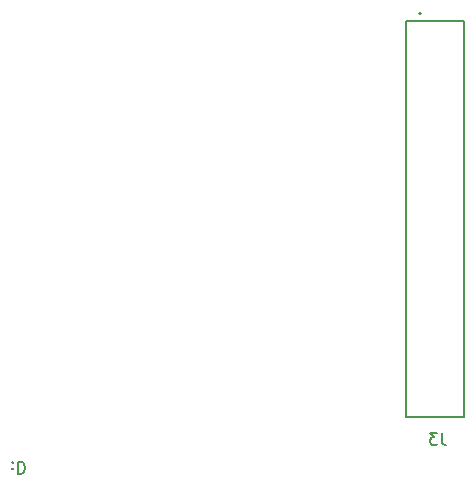
<source format=gbr>
%TF.GenerationSoftware,KiCad,Pcbnew,9.0.0*%
%TF.CreationDate,2025-03-26T20:17:18-07:00*%
%TF.ProjectId,lab07,6c616230-372e-46b6-9963-61645f706362,rev?*%
%TF.SameCoordinates,Original*%
%TF.FileFunction,Legend,Bot*%
%TF.FilePolarity,Positive*%
%FSLAX46Y46*%
G04 Gerber Fmt 4.6, Leading zero omitted, Abs format (unit mm)*
G04 Created by KiCad (PCBNEW 9.0.0) date 2025-03-26 20:17:18*
%MOMM*%
%LPD*%
G01*
G04 APERTURE LIST*
%ADD10C,0.127000*%
%ADD11C,0.150000*%
%ADD12C,0.200000*%
G04 APERTURE END LIST*
D10*
X127067647Y-111222223D02*
X127115266Y-111174604D01*
X127115266Y-111174604D02*
X127067647Y-111126984D01*
X127067647Y-111126984D02*
X127020028Y-111174604D01*
X127020028Y-111174604D02*
X127067647Y-111222223D01*
X127067647Y-111222223D02*
X127067647Y-111126984D01*
X127067647Y-111746032D02*
X127115266Y-111698413D01*
X127115266Y-111698413D02*
X127067647Y-111650794D01*
X127067647Y-111650794D02*
X127020028Y-111698413D01*
X127020028Y-111698413D02*
X127067647Y-111746032D01*
X127067647Y-111746032D02*
X127067647Y-111650794D01*
X127543837Y-111126984D02*
X127543837Y-112126984D01*
X127543837Y-112126984D02*
X127781932Y-112126984D01*
X127781932Y-112126984D02*
X127924789Y-112079365D01*
X127924789Y-112079365D02*
X128020027Y-111984127D01*
X128020027Y-111984127D02*
X128067646Y-111888889D01*
X128067646Y-111888889D02*
X128115265Y-111698413D01*
X128115265Y-111698413D02*
X128115265Y-111555556D01*
X128115265Y-111555556D02*
X128067646Y-111365080D01*
X128067646Y-111365080D02*
X128020027Y-111269842D01*
X128020027Y-111269842D02*
X127924789Y-111174604D01*
X127924789Y-111174604D02*
X127781932Y-111126984D01*
X127781932Y-111126984D02*
X127543837Y-111126984D01*
D11*
X163401333Y-108674819D02*
X163401333Y-109389104D01*
X163401333Y-109389104D02*
X163448952Y-109531961D01*
X163448952Y-109531961D02*
X163544190Y-109627200D01*
X163544190Y-109627200D02*
X163687047Y-109674819D01*
X163687047Y-109674819D02*
X163782285Y-109674819D01*
X163020380Y-108674819D02*
X162401333Y-108674819D01*
X162401333Y-108674819D02*
X162734666Y-109055771D01*
X162734666Y-109055771D02*
X162591809Y-109055771D01*
X162591809Y-109055771D02*
X162496571Y-109103390D01*
X162496571Y-109103390D02*
X162448952Y-109151009D01*
X162448952Y-109151009D02*
X162401333Y-109246247D01*
X162401333Y-109246247D02*
X162401333Y-109484342D01*
X162401333Y-109484342D02*
X162448952Y-109579580D01*
X162448952Y-109579580D02*
X162496571Y-109627200D01*
X162496571Y-109627200D02*
X162591809Y-109674819D01*
X162591809Y-109674819D02*
X162877523Y-109674819D01*
X162877523Y-109674819D02*
X162972761Y-109627200D01*
X162972761Y-109627200D02*
X163020380Y-109579580D01*
D12*
%TO.C,J3*%
X160337500Y-73804500D02*
X160337500Y-107334500D01*
X160337500Y-107334500D02*
X165290500Y-107334500D01*
X165290500Y-73804500D02*
X160337500Y-73804500D01*
X165290500Y-73804500D02*
X165290500Y-107334500D01*
X161644000Y-73154500D02*
G75*
G02*
X161444000Y-73154500I-100000J0D01*
G01*
X161444000Y-73154500D02*
G75*
G02*
X161644000Y-73154500I100000J0D01*
G01*
%TD*%
M02*

</source>
